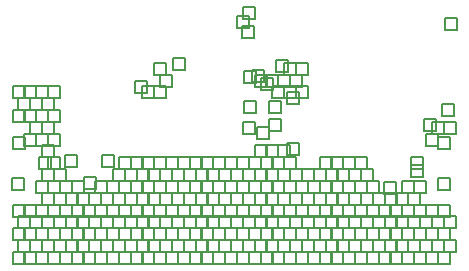
<source format=gbr>
%TF.GenerationSoftware,Altium Limited,Altium Designer,24.7.2 (38)*%
G04 Layer_Color=2752767*
%FSLAX45Y45*%
%MOMM*%
%TF.SameCoordinates,665F1D1F-C803-44D7-9F74-9D0A5895F251*%
%TF.FilePolarity,Positive*%
%TF.FileFunction,Drawing*%
%TF.Part,Single*%
G01*
G75*
%TA.AperFunction,NonConductor*%
%ADD41C,0.12700*%
D41*
X10219200Y4706700D02*
Y4808300D01*
X10320800D01*
Y4706700D01*
X10219200D01*
X8594200Y4469200D02*
Y4570800D01*
X8695800D01*
Y4469200D01*
X8594200D01*
X8906700Y4471700D02*
Y4573300D01*
X9008300D01*
Y4471700D01*
X8906700D01*
X11799206Y4749203D02*
Y4850803D01*
X11900806D01*
Y4749203D01*
X11799206D01*
X11749206Y4049202D02*
Y4150802D01*
X11850806D01*
Y4049202D01*
X11749206D01*
X11799206Y3949202D02*
Y4050802D01*
X11900806D01*
Y3949202D01*
X11799206D01*
X11749206Y3849202D02*
Y3950802D01*
X11850806D01*
Y3849202D01*
X11749206D01*
X11799206Y3749202D02*
Y3850802D01*
X11900806D01*
Y3749202D01*
X11799206D01*
X11749206Y3649202D02*
Y3750802D01*
X11850806D01*
Y3649202D01*
X11749206D01*
X11699206Y4749203D02*
Y4850803D01*
X11800806D01*
Y4749203D01*
X11699206D01*
X11649206Y4649203D02*
Y4750803D01*
X11750806D01*
Y4649203D01*
X11649206D01*
Y4049202D02*
Y4150802D01*
X11750806D01*
Y4049202D01*
X11649206D01*
X11699206Y3949202D02*
Y4050802D01*
X11800806D01*
Y3949202D01*
X11699206D01*
X11649206Y3849202D02*
Y3950802D01*
X11750806D01*
Y3849202D01*
X11649206D01*
X11699206Y3749202D02*
Y3850802D01*
X11800806D01*
Y3749202D01*
X11699206D01*
X11649206Y3649202D02*
Y3750802D01*
X11750806D01*
Y3649202D01*
X11649206D01*
X11549206Y4249202D02*
Y4350802D01*
X11650806D01*
Y4249202D01*
X11549206D01*
Y4049202D02*
Y4150802D01*
X11650806D01*
Y4049202D01*
X11549206D01*
X11599206Y3949202D02*
Y4050802D01*
X11700806D01*
Y3949202D01*
X11599206D01*
X11549206Y3849202D02*
Y3950802D01*
X11650806D01*
Y3849202D01*
X11549206D01*
X11599206Y3749202D02*
Y3850802D01*
X11700806D01*
Y3749202D01*
X11599206D01*
X11549206Y3649202D02*
Y3750802D01*
X11650806D01*
Y3649202D01*
X11549206D01*
X11449206Y4249202D02*
Y4350802D01*
X11550806D01*
Y4249202D01*
X11449206D01*
X11499206Y4149202D02*
Y4250802D01*
X11600806D01*
Y4149202D01*
X11499206D01*
X11449206Y4049202D02*
Y4150802D01*
X11550806D01*
Y4049202D01*
X11449206D01*
X11499206Y3949202D02*
Y4050802D01*
X11600806D01*
Y3949202D01*
X11499206D01*
X11449206Y3849202D02*
Y3950802D01*
X11550806D01*
Y3849202D01*
X11449206D01*
X11499206Y3749202D02*
Y3850802D01*
X11600806D01*
Y3749202D01*
X11499206D01*
X11449206Y3649202D02*
Y3750802D01*
X11550806D01*
Y3649202D01*
X11449206D01*
X11399206Y4149202D02*
Y4250802D01*
X11500806D01*
Y4149202D01*
X11399206D01*
X11349206Y4049202D02*
Y4150802D01*
X11450806D01*
Y4049202D01*
X11349206D01*
X11399206Y3949202D02*
Y4050802D01*
X11500806D01*
Y3949202D01*
X11399206D01*
X11349206Y3849202D02*
Y3950802D01*
X11450806D01*
Y3849202D01*
X11349206D01*
X11399206Y3749202D02*
Y3850802D01*
X11500806D01*
Y3749202D01*
X11399206D01*
X11349206Y3649202D02*
Y3750802D01*
X11450806D01*
Y3649202D01*
X11349206D01*
X11299206Y4149202D02*
Y4250802D01*
X11400806D01*
Y4149202D01*
X11299206D01*
X11249206Y4049202D02*
Y4150802D01*
X11350806D01*
Y4049202D01*
X11249206D01*
X11299206Y3949202D02*
Y4050802D01*
X11400806D01*
Y3949202D01*
X11299206D01*
X11249206Y3849202D02*
Y3950802D01*
X11350806D01*
Y3849202D01*
X11249206D01*
X11299206Y3749202D02*
Y3850802D01*
X11400806D01*
Y3749202D01*
X11299206D01*
X11249206Y3649202D02*
Y3750802D01*
X11350806D01*
Y3649202D01*
X11249206D01*
X11149206Y4249202D02*
Y4350802D01*
X11250806D01*
Y4249202D01*
X11149206D01*
X11199206Y4149202D02*
Y4250802D01*
X11300806D01*
Y4149202D01*
X11199206D01*
X11149206Y4049202D02*
Y4150802D01*
X11250806D01*
Y4049202D01*
X11149206D01*
X11199206Y3949202D02*
Y4050802D01*
X11300806D01*
Y3949202D01*
X11199206D01*
X11149206Y3849202D02*
Y3950802D01*
X11250806D01*
Y3849202D01*
X11149206D01*
X11199206Y3749202D02*
Y3850802D01*
X11300806D01*
Y3749202D01*
X11199206D01*
X11149206Y3649202D02*
Y3750802D01*
X11250806D01*
Y3649202D01*
X11149206D01*
X11049206Y4449202D02*
Y4550802D01*
X11150806D01*
Y4449202D01*
X11049206D01*
X11099206Y4349202D02*
Y4450802D01*
X11200806D01*
Y4349202D01*
X11099206D01*
X11049206Y4249202D02*
Y4350802D01*
X11150806D01*
Y4249202D01*
X11049206D01*
X11099206Y4149202D02*
Y4250802D01*
X11200806D01*
Y4149202D01*
X11099206D01*
X11049206Y4049202D02*
Y4150802D01*
X11150806D01*
Y4049202D01*
X11049206D01*
X11099206Y3949202D02*
Y4050802D01*
X11200806D01*
Y3949202D01*
X11099206D01*
X11049206Y3849202D02*
Y3950802D01*
X11150806D01*
Y3849202D01*
X11049206D01*
X11099206Y3749202D02*
Y3850802D01*
X11200806D01*
Y3749202D01*
X11099206D01*
X11049206Y3649202D02*
Y3750802D01*
X11150806D01*
Y3649202D01*
X11049206D01*
X10949206Y4449202D02*
Y4550802D01*
X11050806D01*
Y4449202D01*
X10949206D01*
X10999206Y4349202D02*
Y4450802D01*
X11100806D01*
Y4349202D01*
X10999206D01*
X10949206Y4249202D02*
Y4350802D01*
X11050806D01*
Y4249202D01*
X10949206D01*
X10999206Y4149202D02*
Y4250802D01*
X11100806D01*
Y4149202D01*
X10999206D01*
X10949206Y4049202D02*
Y4150802D01*
X11050806D01*
Y4049202D01*
X10949206D01*
X10999206Y3949202D02*
Y4050802D01*
X11100806D01*
Y3949202D01*
X10999206D01*
X10949206Y3849202D02*
Y3950802D01*
X11050806D01*
Y3849202D01*
X10949206D01*
X10999206Y3749202D02*
Y3850802D01*
X11100806D01*
Y3749202D01*
X10999206D01*
X10949206Y3649202D02*
Y3750802D01*
X11050806D01*
Y3649202D01*
X10949206D01*
X10849206Y4449202D02*
Y4550802D01*
X10950806D01*
Y4449202D01*
X10849206D01*
X10899206Y4349202D02*
Y4450802D01*
X11000806D01*
Y4349202D01*
X10899206D01*
X10849206Y4249202D02*
Y4350802D01*
X10950806D01*
Y4249202D01*
X10849206D01*
X10899206Y4149202D02*
Y4250802D01*
X11000806D01*
Y4149202D01*
X10899206D01*
X10849206Y4049202D02*
Y4150802D01*
X10950806D01*
Y4049202D01*
X10849206D01*
X10899206Y3949202D02*
Y4050802D01*
X11000806D01*
Y3949202D01*
X10899206D01*
X10849206Y3849202D02*
Y3950802D01*
X10950806D01*
Y3849202D01*
X10849206D01*
X10899206Y3749202D02*
Y3850802D01*
X11000806D01*
Y3749202D01*
X10899206D01*
X10849206Y3649202D02*
Y3750802D01*
X10950806D01*
Y3649202D01*
X10849206D01*
X10749206Y4449202D02*
Y4550802D01*
X10850806D01*
Y4449202D01*
X10749206D01*
X10799206Y4349202D02*
Y4450802D01*
X10900806D01*
Y4349202D01*
X10799206D01*
X10749206Y4249202D02*
Y4350802D01*
X10850806D01*
Y4249202D01*
X10749206D01*
X10799206Y4149202D02*
Y4250802D01*
X10900806D01*
Y4149202D01*
X10799206D01*
X10749206Y4049202D02*
Y4150802D01*
X10850806D01*
Y4049202D01*
X10749206D01*
X10799206Y3949202D02*
Y4050802D01*
X10900806D01*
Y3949202D01*
X10799206D01*
X10749206Y3849202D02*
Y3950802D01*
X10850806D01*
Y3849202D01*
X10749206D01*
X10799206Y3749202D02*
Y3850802D01*
X10900806D01*
Y3749202D01*
X10799206D01*
X10749206Y3649202D02*
Y3750802D01*
X10850806D01*
Y3649202D01*
X10749206D01*
X10699206Y4349202D02*
Y4450802D01*
X10800806D01*
Y4349202D01*
X10699206D01*
X10649206Y4249202D02*
Y4350802D01*
X10750806D01*
Y4249202D01*
X10649206D01*
X10699206Y4149202D02*
Y4250802D01*
X10800806D01*
Y4149202D01*
X10699206D01*
X10649206Y4049202D02*
Y4150802D01*
X10750806D01*
Y4049202D01*
X10649206D01*
X10699206Y3949202D02*
Y4050802D01*
X10800806D01*
Y3949202D01*
X10699206D01*
X10649206Y3849202D02*
Y3950802D01*
X10750806D01*
Y3849202D01*
X10649206D01*
X10699206Y3749202D02*
Y3850802D01*
X10800806D01*
Y3749202D01*
X10699206D01*
X10649206Y3649202D02*
Y3750802D01*
X10750806D01*
Y3649202D01*
X10649206D01*
X10549206Y5249203D02*
Y5350803D01*
X10650806D01*
Y5249203D01*
X10549206D01*
Y5049203D02*
Y5150803D01*
X10650806D01*
Y5049203D01*
X10549206D01*
X10599206Y4349202D02*
Y4450802D01*
X10700806D01*
Y4349202D01*
X10599206D01*
X10549206Y4249202D02*
Y4350802D01*
X10650806D01*
Y4249202D01*
X10549206D01*
X10599206Y4149202D02*
Y4250802D01*
X10700806D01*
Y4149202D01*
X10599206D01*
X10549206Y4049202D02*
Y4150802D01*
X10650806D01*
Y4049202D01*
X10549206D01*
X10599206Y3949202D02*
Y4050802D01*
X10700806D01*
Y3949202D01*
X10599206D01*
X10549206Y3849202D02*
Y3950802D01*
X10650806D01*
Y3849202D01*
X10549206D01*
X10599206Y3749202D02*
Y3850802D01*
X10700806D01*
Y3749202D01*
X10599206D01*
X10549206Y3649202D02*
Y3750802D01*
X10650806D01*
Y3649202D01*
X10549206D01*
X10449206Y5249203D02*
Y5350803D01*
X10550806D01*
Y5249203D01*
X10449206D01*
X10499206Y5149203D02*
Y5250803D01*
X10600806D01*
Y5149203D01*
X10499206D01*
X10449206Y5049203D02*
Y5150803D01*
X10550806D01*
Y5049203D01*
X10449206D01*
Y4449202D02*
Y4550802D01*
X10550806D01*
Y4449202D01*
X10449206D01*
X10499206Y4349202D02*
Y4450802D01*
X10600806D01*
Y4349202D01*
X10499206D01*
X10449206Y4249202D02*
Y4350802D01*
X10550806D01*
Y4249202D01*
X10449206D01*
X10499206Y4149202D02*
Y4250802D01*
X10600806D01*
Y4149202D01*
X10499206D01*
X10449206Y4049202D02*
Y4150802D01*
X10550806D01*
Y4049202D01*
X10449206D01*
X10499206Y3949202D02*
Y4050802D01*
X10600806D01*
Y3949202D01*
X10499206D01*
X10449206Y3849202D02*
Y3950802D01*
X10550806D01*
Y3849202D01*
X10449206D01*
X10499206Y3749202D02*
Y3850802D01*
X10600806D01*
Y3749202D01*
X10499206D01*
X10449206Y3649202D02*
Y3750802D01*
X10550806D01*
Y3649202D01*
X10449206D01*
X10399206Y5149203D02*
Y5250803D01*
X10500806D01*
Y5149203D01*
X10399206D01*
X10349206Y5049203D02*
Y5150803D01*
X10450806D01*
Y5049203D01*
X10349206D01*
X10399206Y4549202D02*
Y4650802D01*
X10500806D01*
Y4549202D01*
X10399206D01*
X10349206Y4449202D02*
Y4550802D01*
X10450806D01*
Y4449202D01*
X10349206D01*
X10399206Y4349202D02*
Y4450802D01*
X10500806D01*
Y4349202D01*
X10399206D01*
X10349206Y4249202D02*
Y4350802D01*
X10450806D01*
Y4249202D01*
X10349206D01*
X10399206Y4149202D02*
Y4250802D01*
X10500806D01*
Y4149202D01*
X10399206D01*
X10349206Y4049202D02*
Y4150802D01*
X10450806D01*
Y4049202D01*
X10349206D01*
X10399206Y3949202D02*
Y4050802D01*
X10500806D01*
Y3949202D01*
X10399206D01*
X10349206Y3849202D02*
Y3950802D01*
X10450806D01*
Y3849202D01*
X10349206D01*
X10399206Y3749202D02*
Y3850802D01*
X10500806D01*
Y3749202D01*
X10399206D01*
X10349206Y3649202D02*
Y3750802D01*
X10450806D01*
Y3649202D01*
X10349206D01*
X10299205Y5149203D02*
Y5250803D01*
X10400805D01*
Y5149203D01*
X10299205D01*
Y4549202D02*
Y4650802D01*
X10400805D01*
Y4549202D01*
X10299205D01*
X10249206Y4449202D02*
Y4550802D01*
X10350806D01*
Y4449202D01*
X10249206D01*
X10299205Y4349202D02*
Y4450802D01*
X10400805D01*
Y4349202D01*
X10299205D01*
X10249206Y4249202D02*
Y4350802D01*
X10350806D01*
Y4249202D01*
X10249206D01*
X10299205Y4149202D02*
Y4250802D01*
X10400805D01*
Y4149202D01*
X10299205D01*
X10249206Y4049202D02*
Y4150802D01*
X10350806D01*
Y4049202D01*
X10249206D01*
X10299205Y3949202D02*
Y4050802D01*
X10400805D01*
Y3949202D01*
X10299205D01*
X10249206Y3849202D02*
Y3950802D01*
X10350806D01*
Y3849202D01*
X10249206D01*
X10299205Y3749202D02*
Y3850802D01*
X10400805D01*
Y3749202D01*
X10299205D01*
X10249206Y3649202D02*
Y3750802D01*
X10350806D01*
Y3649202D01*
X10249206D01*
X10199205Y5149203D02*
Y5250803D01*
X10300805D01*
Y5149203D01*
X10199205D01*
Y4549202D02*
Y4650802D01*
X10300805D01*
Y4549202D01*
X10199205D01*
X10149206Y4449202D02*
Y4550802D01*
X10250806D01*
Y4449202D01*
X10149206D01*
X10199205Y4349202D02*
Y4450802D01*
X10300805D01*
Y4349202D01*
X10199205D01*
X10149206Y4249202D02*
Y4350802D01*
X10250806D01*
Y4249202D01*
X10149206D01*
X10199205Y4149202D02*
Y4250802D01*
X10300805D01*
Y4149202D01*
X10199205D01*
X10149206Y4049202D02*
Y4150802D01*
X10250806D01*
Y4049202D01*
X10149206D01*
X10199205Y3949202D02*
Y4050802D01*
X10300805D01*
Y3949202D01*
X10199205D01*
X10149206Y3849202D02*
Y3950802D01*
X10250806D01*
Y3849202D01*
X10149206D01*
X10199205Y3749202D02*
Y3850802D01*
X10300805D01*
Y3749202D01*
X10199205D01*
X10149206Y3649202D02*
Y3750802D01*
X10250806D01*
Y3649202D01*
X10149206D01*
X10049205Y5649203D02*
Y5750803D01*
X10150805D01*
Y5649203D01*
X10049205D01*
X10099205Y4749203D02*
Y4850803D01*
X10200805D01*
Y4749203D01*
X10099205D01*
X10049205Y4449202D02*
Y4550802D01*
X10150805D01*
Y4449202D01*
X10049205D01*
X10099205Y4349202D02*
Y4450802D01*
X10200805D01*
Y4349202D01*
X10099205D01*
X10049205Y4249202D02*
Y4350802D01*
X10150805D01*
Y4249202D01*
X10049205D01*
X10099205Y4149202D02*
Y4250802D01*
X10200805D01*
Y4149202D01*
X10099205D01*
X10049205Y4049202D02*
Y4150802D01*
X10150805D01*
Y4049202D01*
X10049205D01*
X10099205Y3949202D02*
Y4050802D01*
X10200805D01*
Y3949202D01*
X10099205D01*
X10049205Y3849202D02*
Y3950802D01*
X10150805D01*
Y3849202D01*
X10049205D01*
X10099205Y3749202D02*
Y3850802D01*
X10200805D01*
Y3749202D01*
X10099205D01*
X10049205Y3649202D02*
Y3750802D01*
X10150805D01*
Y3649202D01*
X10049205D01*
X9949205Y4449202D02*
Y4550802D01*
X10050805D01*
Y4449202D01*
X9949205D01*
X9999205Y4349202D02*
Y4450802D01*
X10100805D01*
Y4349202D01*
X9999205D01*
X9949205Y4249202D02*
Y4350802D01*
X10050805D01*
Y4249202D01*
X9949205D01*
X9999205Y4149202D02*
Y4250802D01*
X10100805D01*
Y4149202D01*
X9999205D01*
X9949205Y4049202D02*
Y4150802D01*
X10050805D01*
Y4049202D01*
X9949205D01*
X9999205Y3949202D02*
Y4050802D01*
X10100805D01*
Y3949202D01*
X9999205D01*
X9949205Y3849202D02*
Y3950802D01*
X10050805D01*
Y3849202D01*
X9949205D01*
X9999205Y3749202D02*
Y3850802D01*
X10100805D01*
Y3749202D01*
X9999205D01*
X9949205Y3649202D02*
Y3750802D01*
X10050805D01*
Y3649202D01*
X9949205D01*
X9849205Y4449202D02*
Y4550802D01*
X9950805D01*
Y4449202D01*
X9849205D01*
X9899205Y4349202D02*
Y4450802D01*
X10000805D01*
Y4349202D01*
X9899205D01*
X9849205Y4249202D02*
Y4350802D01*
X9950805D01*
Y4249202D01*
X9849205D01*
X9899205Y4149202D02*
Y4250802D01*
X10000805D01*
Y4149202D01*
X9899205D01*
X9849205Y4049202D02*
Y4150802D01*
X9950805D01*
Y4049202D01*
X9849205D01*
X9899205Y3949202D02*
Y4050802D01*
X10000805D01*
Y3949202D01*
X9899205D01*
X9849205Y3849202D02*
Y3950802D01*
X9950805D01*
Y3849202D01*
X9849205D01*
X9899205Y3749202D02*
Y3850802D01*
X10000805D01*
Y3749202D01*
X9899205D01*
X9849205Y3649202D02*
Y3750802D01*
X9950805D01*
Y3649202D01*
X9849205D01*
X9749205Y4449202D02*
Y4550802D01*
X9850805D01*
Y4449202D01*
X9749205D01*
X9799205Y4349202D02*
Y4450802D01*
X9900805D01*
Y4349202D01*
X9799205D01*
X9749205Y4249202D02*
Y4350802D01*
X9850805D01*
Y4249202D01*
X9749205D01*
X9799205Y4149202D02*
Y4250802D01*
X9900805D01*
Y4149202D01*
X9799205D01*
X9749205Y4049202D02*
Y4150802D01*
X9850805D01*
Y4049202D01*
X9749205D01*
X9799205Y3949202D02*
Y4050802D01*
X9900805D01*
Y3949202D01*
X9799205D01*
X9749205Y3849202D02*
Y3950802D01*
X9850805D01*
Y3849202D01*
X9749205D01*
X9799205Y3749202D02*
Y3850802D01*
X9900805D01*
Y3749202D01*
X9799205D01*
X9749205Y3649202D02*
Y3750802D01*
X9850805D01*
Y3649202D01*
X9749205D01*
X9649205Y4449202D02*
Y4550802D01*
X9750805D01*
Y4449202D01*
X9649205D01*
X9699205Y4349202D02*
Y4450802D01*
X9800805D01*
Y4349202D01*
X9699205D01*
X9649205Y4249202D02*
Y4350802D01*
X9750805D01*
Y4249202D01*
X9649205D01*
X9699205Y4149202D02*
Y4250802D01*
X9800805D01*
Y4149202D01*
X9699205D01*
X9649205Y4049202D02*
Y4150802D01*
X9750805D01*
Y4049202D01*
X9649205D01*
X9699205Y3949202D02*
Y4050802D01*
X9800805D01*
Y3949202D01*
X9699205D01*
X9649205Y3849202D02*
Y3950802D01*
X9750805D01*
Y3849202D01*
X9649205D01*
X9699205Y3749202D02*
Y3850802D01*
X9800805D01*
Y3749202D01*
X9699205D01*
X9649205Y3649202D02*
Y3750802D01*
X9750805D01*
Y3649202D01*
X9649205D01*
X9549205Y4449202D02*
Y4550802D01*
X9650805D01*
Y4449202D01*
X9549205D01*
X9599205Y4349202D02*
Y4450802D01*
X9700805D01*
Y4349202D01*
X9599205D01*
X9549205Y4249202D02*
Y4350802D01*
X9650805D01*
Y4249202D01*
X9549205D01*
X9599205Y4149202D02*
Y4250802D01*
X9700805D01*
Y4149202D01*
X9599205D01*
X9549205Y4049202D02*
Y4150802D01*
X9650805D01*
Y4049202D01*
X9549205D01*
X9599205Y3949202D02*
Y4050802D01*
X9700805D01*
Y3949202D01*
X9599205D01*
X9549205Y3849202D02*
Y3950802D01*
X9650805D01*
Y3849202D01*
X9549205D01*
X9599205Y3749202D02*
Y3850802D01*
X9700805D01*
Y3749202D01*
X9599205D01*
X9549205Y3649202D02*
Y3750802D01*
X9650805D01*
Y3649202D01*
X9549205D01*
X9449205Y4449202D02*
Y4550802D01*
X9550805D01*
Y4449202D01*
X9449205D01*
X9499205Y4349202D02*
Y4450802D01*
X9600805D01*
Y4349202D01*
X9499205D01*
X9449205Y4249202D02*
Y4350802D01*
X9550805D01*
Y4249202D01*
X9449205D01*
X9499205Y4149202D02*
Y4250802D01*
X9600805D01*
Y4149202D01*
X9499205D01*
X9449205Y4049202D02*
Y4150802D01*
X9550805D01*
Y4049202D01*
X9449205D01*
X9499205Y3949202D02*
Y4050802D01*
X9600805D01*
Y3949202D01*
X9499205D01*
X9449205Y3849202D02*
Y3950802D01*
X9550805D01*
Y3849202D01*
X9449205D01*
X9499205Y3749202D02*
Y3850802D01*
X9600805D01*
Y3749202D01*
X9499205D01*
X9449205Y3649202D02*
Y3750802D01*
X9550805D01*
Y3649202D01*
X9449205D01*
X9349205Y5249203D02*
Y5350803D01*
X9450805D01*
Y5249203D01*
X9349205D01*
X9399205Y5149203D02*
Y5250803D01*
X9500805D01*
Y5149203D01*
X9399205D01*
X9349205Y5049203D02*
Y5150803D01*
X9450805D01*
Y5049203D01*
X9349205D01*
Y4449202D02*
Y4550802D01*
X9450805D01*
Y4449202D01*
X9349205D01*
X9399205Y4349202D02*
Y4450802D01*
X9500805D01*
Y4349202D01*
X9399205D01*
X9349205Y4249202D02*
Y4350802D01*
X9450805D01*
Y4249202D01*
X9349205D01*
X9399205Y4149202D02*
Y4250802D01*
X9500805D01*
Y4149202D01*
X9399205D01*
X9349205Y4049202D02*
Y4150802D01*
X9450805D01*
Y4049202D01*
X9349205D01*
X9399205Y3949202D02*
Y4050802D01*
X9500805D01*
Y3949202D01*
X9399205D01*
X9349205Y3849202D02*
Y3950802D01*
X9450805D01*
Y3849202D01*
X9349205D01*
X9399205Y3749202D02*
Y3850802D01*
X9500805D01*
Y3749202D01*
X9399205D01*
X9349205Y3649202D02*
Y3750802D01*
X9450805D01*
Y3649202D01*
X9349205D01*
X9249205Y5049203D02*
Y5150803D01*
X9350805D01*
Y5049203D01*
X9249205D01*
Y4449202D02*
Y4550802D01*
X9350805D01*
Y4449202D01*
X9249205D01*
X9299205Y4349202D02*
Y4450802D01*
X9400805D01*
Y4349202D01*
X9299205D01*
X9249205Y4249202D02*
Y4350802D01*
X9350805D01*
Y4249202D01*
X9249205D01*
X9299205Y4149202D02*
Y4250802D01*
X9400805D01*
Y4149202D01*
X9299205D01*
X9249205Y4049202D02*
Y4150802D01*
X9350805D01*
Y4049202D01*
X9249205D01*
X9299205Y3949202D02*
Y4050802D01*
X9400805D01*
Y3949202D01*
X9299205D01*
X9249205Y3849202D02*
Y3950802D01*
X9350805D01*
Y3849202D01*
X9249205D01*
X9299205Y3749202D02*
Y3850802D01*
X9400805D01*
Y3749202D01*
X9299205D01*
X9249205Y3649202D02*
Y3750802D01*
X9350805D01*
Y3649202D01*
X9249205D01*
X9149205Y4449202D02*
Y4550802D01*
X9250805D01*
Y4449202D01*
X9149205D01*
X9199205Y4349202D02*
Y4450802D01*
X9300805D01*
Y4349202D01*
X9199205D01*
X9149205Y4249202D02*
Y4350802D01*
X9250805D01*
Y4249202D01*
X9149205D01*
X9199205Y4149202D02*
Y4250802D01*
X9300805D01*
Y4149202D01*
X9199205D01*
X9149205Y4049202D02*
Y4150802D01*
X9250805D01*
Y4049202D01*
X9149205D01*
X9199205Y3949202D02*
Y4050802D01*
X9300805D01*
Y3949202D01*
X9199205D01*
X9149205Y3849202D02*
Y3950802D01*
X9250805D01*
Y3849202D01*
X9149205D01*
X9199205Y3749202D02*
Y3850802D01*
X9300805D01*
Y3749202D01*
X9199205D01*
X9149205Y3649202D02*
Y3750802D01*
X9250805D01*
Y3649202D01*
X9149205D01*
X9049205Y4449202D02*
Y4550802D01*
X9150805D01*
Y4449202D01*
X9049205D01*
X9099205Y4349202D02*
Y4450802D01*
X9200805D01*
Y4349202D01*
X9099205D01*
X9049205Y4249202D02*
Y4350802D01*
X9150805D01*
Y4249202D01*
X9049205D01*
X9099205Y4149202D02*
Y4250802D01*
X9200805D01*
Y4149202D01*
X9099205D01*
X9049205Y4049202D02*
Y4150802D01*
X9150805D01*
Y4049202D01*
X9049205D01*
X9099205Y3949202D02*
Y4050802D01*
X9200805D01*
Y3949202D01*
X9099205D01*
X9049205Y3849202D02*
Y3950802D01*
X9150805D01*
Y3849202D01*
X9049205D01*
X9099205Y3749202D02*
Y3850802D01*
X9200805D01*
Y3749202D01*
X9099205D01*
X9049205Y3649202D02*
Y3750802D01*
X9150805D01*
Y3649202D01*
X9049205D01*
X8999205Y4349202D02*
Y4450802D01*
X9100805D01*
Y4349202D01*
X8999205D01*
X8949205Y4249202D02*
Y4350802D01*
X9050805D01*
Y4249202D01*
X8949205D01*
X8999205Y4149202D02*
Y4250802D01*
X9100805D01*
Y4149202D01*
X8999205D01*
X8949205Y4049202D02*
Y4150802D01*
X9050805D01*
Y4049202D01*
X8949205D01*
X8999205Y3949202D02*
Y4050802D01*
X9100805D01*
Y3949202D01*
X8999205D01*
X8949205Y3849202D02*
Y3950802D01*
X9050805D01*
Y3849202D01*
X8949205D01*
X8999205Y3749202D02*
Y3850802D01*
X9100805D01*
Y3749202D01*
X8999205D01*
X8949205Y3649202D02*
Y3750802D01*
X9050805D01*
Y3649202D01*
X8949205D01*
X8849205Y4249202D02*
Y4350802D01*
X8950805D01*
Y4249202D01*
X8849205D01*
X8899205Y4149202D02*
Y4250802D01*
X9000805D01*
Y4149202D01*
X8899205D01*
X8849205Y4049202D02*
Y4150802D01*
X8950805D01*
Y4049202D01*
X8849205D01*
X8899205Y3949202D02*
Y4050802D01*
X9000805D01*
Y3949202D01*
X8899205D01*
X8849205Y3849202D02*
Y3950802D01*
X8950805D01*
Y3849202D01*
X8849205D01*
X8899205Y3749202D02*
Y3850802D01*
X9000805D01*
Y3749202D01*
X8899205D01*
X8849205Y3649202D02*
Y3750802D01*
X8950805D01*
Y3649202D01*
X8849205D01*
X8799205Y4149202D02*
Y4250802D01*
X8900805D01*
Y4149202D01*
X8799205D01*
X8749205Y4049202D02*
Y4150802D01*
X8850805D01*
Y4049202D01*
X8749205D01*
X8799205Y3949202D02*
Y4050802D01*
X8900805D01*
Y3949202D01*
X8799205D01*
X8749205Y3849202D02*
Y3950802D01*
X8850805D01*
Y3849202D01*
X8749205D01*
X8799205Y3749202D02*
Y3850802D01*
X8900805D01*
Y3749202D01*
X8799205D01*
X8749205Y3649202D02*
Y3750802D01*
X8850805D01*
Y3649202D01*
X8749205D01*
X8649205Y4249202D02*
Y4350802D01*
X8750805D01*
Y4249202D01*
X8649205D01*
X8699205Y4149202D02*
Y4250802D01*
X8800805D01*
Y4149202D01*
X8699205D01*
X8649205Y4049202D02*
Y4150802D01*
X8750805D01*
Y4049202D01*
X8649205D01*
X8699205Y3949202D02*
Y4050802D01*
X8800805D01*
Y3949202D01*
X8699205D01*
X8649205Y3849202D02*
Y3950802D01*
X8750805D01*
Y3849202D01*
X8649205D01*
X8699205Y3749202D02*
Y3850802D01*
X8800805D01*
Y3749202D01*
X8699205D01*
X8649205Y3649202D02*
Y3750802D01*
X8750805D01*
Y3649202D01*
X8649205D01*
X8549205Y4249202D02*
Y4350802D01*
X8650805D01*
Y4249202D01*
X8549205D01*
X8599205Y4149202D02*
Y4250802D01*
X8700805D01*
Y4149202D01*
X8599205D01*
X8549205Y4049202D02*
Y4150802D01*
X8650805D01*
Y4049202D01*
X8549205D01*
X8599205Y3949202D02*
Y4050802D01*
X8700805D01*
Y3949202D01*
X8599205D01*
X8549205Y3849202D02*
Y3950802D01*
X8650805D01*
Y3849202D01*
X8549205D01*
X8599205Y3749202D02*
Y3850802D01*
X8700805D01*
Y3749202D01*
X8599205D01*
X8549205Y3649202D02*
Y3750802D01*
X8650805D01*
Y3649202D01*
X8549205D01*
X8449205Y5049203D02*
Y5150803D01*
X8550805D01*
Y5049203D01*
X8449205D01*
Y4849203D02*
Y4950803D01*
X8550805D01*
Y4849203D01*
X8449205D01*
Y4649203D02*
Y4750803D01*
X8550805D01*
Y4649203D01*
X8449205D01*
Y4449202D02*
Y4550802D01*
X8550805D01*
Y4449202D01*
X8449205D01*
X8499204Y4349202D02*
Y4450802D01*
X8600804D01*
Y4349202D01*
X8499204D01*
X8449205Y4249202D02*
Y4350802D01*
X8550805D01*
Y4249202D01*
X8449205D01*
X8499204Y4149202D02*
Y4250802D01*
X8600804D01*
Y4149202D01*
X8499204D01*
X8449205Y4049202D02*
Y4150802D01*
X8550805D01*
Y4049202D01*
X8449205D01*
X8499204Y3949202D02*
Y4050802D01*
X8600804D01*
Y3949202D01*
X8499204D01*
X8449205Y3849202D02*
Y3950802D01*
X8550805D01*
Y3849202D01*
X8449205D01*
X8499204Y3749202D02*
Y3850802D01*
X8600804D01*
Y3749202D01*
X8499204D01*
X8449205Y3649202D02*
Y3750802D01*
X8550805D01*
Y3649202D01*
X8449205D01*
X8349205Y5049203D02*
Y5150803D01*
X8450805D01*
Y5049203D01*
X8349205D01*
X8399204Y4949203D02*
Y5050803D01*
X8500804D01*
Y4949203D01*
X8399204D01*
X8349205Y4849203D02*
Y4950803D01*
X8450805D01*
Y4849203D01*
X8349205D01*
X8399204Y4749203D02*
Y4850803D01*
X8500804D01*
Y4749203D01*
X8399204D01*
X8349205Y4649203D02*
Y4750803D01*
X8450805D01*
Y4649203D01*
X8349205D01*
X8399204Y4549202D02*
Y4650802D01*
X8500804D01*
Y4549202D01*
X8399204D01*
Y4349202D02*
Y4450802D01*
X8500804D01*
Y4349202D01*
X8399204D01*
X8349205Y4249202D02*
Y4350802D01*
X8450805D01*
Y4249202D01*
X8349205D01*
X8399204Y4149202D02*
Y4250802D01*
X8500804D01*
Y4149202D01*
X8399204D01*
X8349205Y4049202D02*
Y4150802D01*
X8450805D01*
Y4049202D01*
X8349205D01*
X8399204Y3949202D02*
Y4050802D01*
X8500804D01*
Y3949202D01*
X8399204D01*
X8349205Y3849202D02*
Y3950802D01*
X8450805D01*
Y3849202D01*
X8349205D01*
X8399204Y3749202D02*
Y3850802D01*
X8500804D01*
Y3749202D01*
X8399204D01*
X8349205Y3649202D02*
Y3750802D01*
X8450805D01*
Y3649202D01*
X8349205D01*
X8249204Y5049203D02*
Y5150803D01*
X8350804D01*
Y5049203D01*
X8249204D01*
X8299204Y4949203D02*
Y5050803D01*
X8400804D01*
Y4949203D01*
X8299204D01*
X8249204Y4849203D02*
Y4950803D01*
X8350804D01*
Y4849203D01*
X8249204D01*
X8299204Y4749203D02*
Y4850803D01*
X8400804D01*
Y4749203D01*
X8299204D01*
X8249204Y4649203D02*
Y4750803D01*
X8350804D01*
Y4649203D01*
X8249204D01*
Y4049202D02*
Y4150802D01*
X8350804D01*
Y4049202D01*
X8249204D01*
X8299204Y3949202D02*
Y4050802D01*
X8400804D01*
Y3949202D01*
X8299204D01*
X8249204Y3849202D02*
Y3950802D01*
X8350804D01*
Y3849202D01*
X8249204D01*
X8299204Y3749202D02*
Y3850802D01*
X8400804D01*
Y3749202D01*
X8299204D01*
X8249204Y3649202D02*
Y3750802D01*
X8350804D01*
Y3649202D01*
X8249204D01*
X8149204Y5049203D02*
Y5150803D01*
X8250804D01*
Y5049203D01*
X8149204D01*
X8199204Y4949203D02*
Y5050803D01*
X8300804D01*
Y4949203D01*
X8199204D01*
X8149204Y4849203D02*
Y4950803D01*
X8250804D01*
Y4849203D01*
X8149204D01*
Y4049202D02*
Y4150802D01*
X8250804D01*
Y4049202D01*
X8149204D01*
X8199204Y3949202D02*
Y4050802D01*
X8300804D01*
Y3949202D01*
X8199204D01*
X8149204Y3849202D02*
Y3950802D01*
X8250804D01*
Y3849202D01*
X8149204D01*
X8199204Y3749202D02*
Y3850802D01*
X8300804D01*
Y3749202D01*
X8199204D01*
X8149204Y3649202D02*
Y3750802D01*
X8250804D01*
Y3649202D01*
X8149204D01*
X10106700Y5179200D02*
Y5280800D01*
X10208300D01*
Y5179200D01*
X10106700D01*
X11811700Y5626700D02*
Y5728300D01*
X11913300D01*
Y5626700D01*
X11811700D01*
X9506700Y5291700D02*
Y5393300D01*
X9608300D01*
Y5291700D01*
X9506700D01*
X9189200Y5094200D02*
Y5195800D01*
X9290800D01*
Y5094200D01*
X9189200D01*
X10094200Y5561700D02*
Y5663300D01*
X10195800D01*
Y5561700D01*
X10094200D01*
X8149200Y4624200D02*
Y4725800D01*
X8250800D01*
Y4624200D01*
X8149200D01*
X8371700Y4451700D02*
Y4553300D01*
X8473300D01*
Y4451700D01*
X8371700D01*
X8144200Y4271700D02*
Y4373300D01*
X8245800D01*
Y4271700D01*
X8144200D01*
X8751700Y4281700D02*
Y4383300D01*
X8853300D01*
Y4281700D01*
X8751700D01*
X10099200Y5724200D02*
Y5825800D01*
X10200800D01*
Y5724200D01*
X10099200D01*
X10376700Y5276700D02*
Y5378300D01*
X10478300D01*
Y5276700D01*
X10376700D01*
X10176700Y5191700D02*
Y5293300D01*
X10278300D01*
Y5191700D01*
X10176700D01*
X10256700Y5116700D02*
Y5218300D01*
X10358300D01*
Y5116700D01*
X10256700D01*
X10106700Y4926700D02*
Y5028300D01*
X10208300D01*
Y4926700D01*
X10106700D01*
X10469200Y4999200D02*
Y5100800D01*
X10570800D01*
Y4999200D01*
X10469200D01*
X10321700Y4929200D02*
Y5030800D01*
X10423300D01*
Y4929200D01*
X10321700D01*
X10324200Y4776700D02*
Y4878300D01*
X10425800D01*
Y4776700D01*
X10324200D01*
X10471700Y4566700D02*
Y4668300D01*
X10573300D01*
Y4566700D01*
X10471700D01*
X11294200Y4236700D02*
Y4338300D01*
X11395800D01*
Y4236700D01*
X11294200D01*
X11749200Y4276700D02*
Y4378300D01*
X11850800D01*
Y4276700D01*
X11749200D01*
X11524200Y4381700D02*
Y4483300D01*
X11625800D01*
Y4381700D01*
X11524200D01*
Y4451700D02*
Y4553300D01*
X11625800D01*
Y4451700D01*
X11524200D01*
X11749200Y4621700D02*
Y4723300D01*
X11850800D01*
Y4621700D01*
X11749200D01*
X11784200Y4904200D02*
Y5005800D01*
X11885800D01*
Y4904200D01*
X11784200D01*
X11636700Y4774200D02*
Y4875800D01*
X11738300D01*
Y4774200D01*
X11636700D01*
%TF.MD5,7a9642f92df604a89dd46282b3352770*%
M02*

</source>
